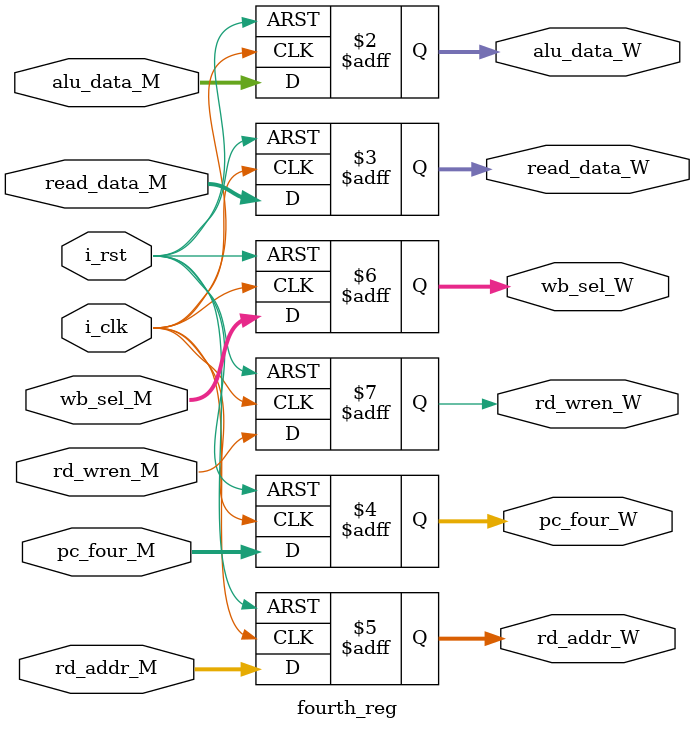
<source format=sv>
module fourth_reg	 (
  // Inputs from Memory (MEM) stage
  input  logic [31:0]  alu_data_M ,  // ALU result from Memory stage
  input  logic [31:0]  read_data_M,  // Data read from memory
  input  logic [31:0]  pc_four_M  ,  // PC + 4 from Memory stage
  input  logic [ 4:0]  rd_addr_M  ,  // Destination 	ister address in Memory stage
  input  logic	        i_rst      ,  // Reset signal
  input  logic	        i_clk      ,  // Clock signal
  input  logic [ 1:0]  wb_sel_M   ,  // Write-back selection from Memory stage
  input  logic	        rd_wren_M  ,  // Register write enable from Memory stage

  // Outputs to Write-Back (WB) stage
  output logic [31:0]  alu_data_W ,  // ALU result to Write-back stage
  output logic [31:0]  read_data_W,  // Data read from memory to Write-back stage
  output logic [31:0]  pc_four_W  ,  // PC + 4 to Write-back stage
  output logic [ 4:0]  rd_addr_W  ,  // Destination 	ister address to Write-back stage
  output logic [ 1:0]  wb_sel_W   ,  // Write-back selection to Write-back stage
  output logic 		  rd_wren_W     // Register write enable to Write-back stage
);

  always_ff @(posedge i_clk or posedge i_rst) begin
    if (i_rst) begin
      alu_data_W  <= 32'd0;
      read_data_W <= 32'd0;
      pc_four_W   <= 32'd0;
      rd_addr_W   <=  5'd0;
      wb_sel_W    <=  2'd0;
      rd_wren_W   <=  1'b0;
    end else begin
      alu_data_W  <= alu_data_M ;
      read_data_W <= read_data_M;
      pc_four_W   <= pc_four_M  ;
      rd_addr_W   <= rd_addr_M  ;
      wb_sel_W    <= wb_sel_M   ;
      rd_wren_W   <= rd_wren_M  ;
    end
  end

endmodule

</source>
